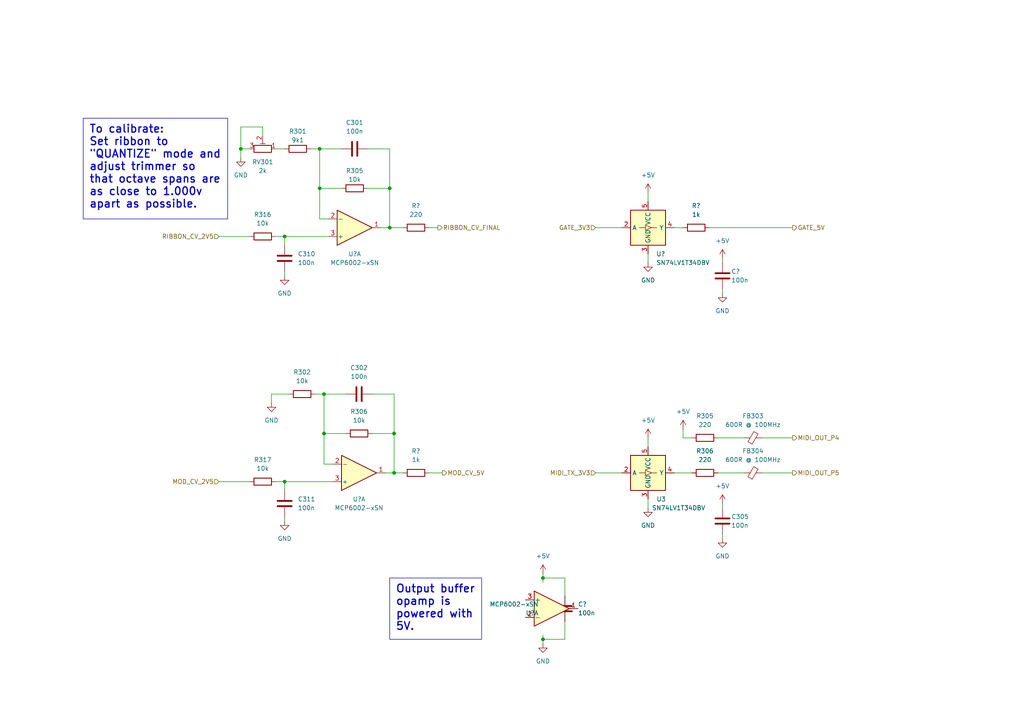
<source format=kicad_sch>
(kicad_sch (version 20230121) (generator eeschema)
  (paper "A4")
  (title_block (title "Ribbon Controller Main Board") (date "2023-03-28") (rev "0") (comment 1 "creativecommons.org/licenses/by/4.0") (comment 2 "license: CC by 4.0") (comment 3 "Author: Jordan Aceto"))
  (lib_symbols
    (symbol "Amplifier_Operational:MCP6002-xSN" (pin_names (offset 0.127))
      (property "Reference" "U" (at 0 5.08 0))
      (property "Value" "MCP6002-xSN" (at 0 -5.08 0))
      (symbol "MCP6002-xSN_1_1"
        (polyline (pts (xy -5.08 5.08) (xy 5.08 0) (xy -5.08 -5.08) (xy -5.08 5.08)) (stroke (width 0.254)) (fill (type background)))
        (pin output line (at 7.62 0 180) (length 2.54) (name "~") (number "1"))
        (pin input line (at -7.62 -2.54 0) (length 2.54) (name "-") (number "2"))
        (pin input line (at -7.62 2.54 0) (length 2.54) (name "+") (number "3"))
      )
      (symbol "MCP6002-xSN_2_1"
        (polyline (pts (xy -5.08 5.08) (xy 5.08 0) (xy -5.08 -5.08) (xy -5.08 5.08)) (stroke (width 0.254)) (fill (type background)))
        (pin input line (at -7.62 2.54 0) (length 2.54) (name "+") (number "5"))
        (pin input line (at -7.62 -2.54 0) (length 2.54) (name "-") (number "6"))
        (pin output line (at 7.62 0 180) (length 2.54) (name "~") (number "7"))
      )
      (symbol "MCP6002-xSN_3_1"
        (pin power_in line (at -2.54 -7.62 90) (length 3.81) (name "V-") (number "4"))
        (pin power_in line (at -2.54 7.62 270) (length 3.81) (name "V+") (number "8"))
      )
    )
    (symbol "Device:C" (pin_numbers hide) (pin_names (offset 0.254))
      (property "Reference" "C" (at 0.635 2.54 0))
      (property "Value" "C" (at 0.635 -2.54 0))
      (symbol "C_0_1"
        (polyline (pts (xy -2.032 -0.762) (xy 2.032 -0.762)) (stroke (width 0.508)))
        (polyline (pts (xy -2.032 0.762) (xy 2.032 0.762)) (stroke (width 0.508)))
      )
      (symbol "C_1_1"
        (pin passive line (at 0 3.81 270) (length 2.794) (name "~") (number "1"))
        (pin passive line (at 0 -3.81 90) (length 2.794) (name "~") (number "2"))
      )
    )
    (symbol "Device:FerriteBead_Small" (pin_numbers hide) (pin_names (offset 0))
      (property "Reference" "FB" (at 1.905 1.27 0))
      (property "Value" "FerriteBead_Small" (at 1.905 -1.27 0))
      (symbol "FerriteBead_Small_0_1"
        (polyline (pts (xy 0 -1.27) (xy 0 -0.7874)))
        (polyline (pts (xy 0 0.889) (xy 0 1.2954)))
        (polyline (pts (xy -1.8288 0.2794) (xy -1.1176 1.4986) (xy 1.8288 -0.2032) (xy 1.1176 -1.4224) (xy -1.8288 0.2794)))
      )
      (symbol "FerriteBead_Small_1_1"
        (pin passive line (at 0 2.54 270) (length 1.27) (name "~") (number "1"))
        (pin passive line (at 0 -2.54 90) (length 1.27) (name "~") (number "2"))
      )
    )
    (symbol "Device:R" (pin_numbers hide) (pin_names (offset 0))
      (property "Reference" "R" (at 2.032 0 90))
      (property "Value" "R" (at 0 0 90))
      (symbol "R_0_1"
        (rectangle (start -1.016 -2.54) (end 1.016 2.54) (stroke (width 0.254)))
      )
      (symbol "R_1_1"
        (pin passive line (at 0 3.81 270) (length 1.27) (name "~") (number "1"))
        (pin passive line (at 0 -3.81 90) (length 1.27) (name "~") (number "2"))
      )
    )
    (symbol "Device:R_Potentiometer_Trim" (pin_names (offset 1.016) hide)
      (property "Reference" "RV" (at -4.445 0 90))
      (property "Value" "R_Potentiometer_Trim" (at -2.54 0 90))
      (symbol "R_Potentiometer_Trim_0_1"
        (polyline (pts (xy 1.524 0.762) (xy 1.524 -0.762)))
        (polyline (pts (xy 2.54 0) (xy 1.524 0)))
        (rectangle (start 1.016 2.54) (end -1.016 -2.54) (stroke (width 0.254)))
      )
      (symbol "R_Potentiometer_Trim_1_1"
        (pin passive line (at 0 3.81 270) (length 1.27) (name "1") (number "1"))
        (pin passive line (at 3.81 0 180) (length 1.27) (name "2") (number "2"))
        (pin passive line (at 0 -3.81 90) (length 1.27) (name "3") (number "3"))
      )
    )
    (symbol "Logic_LevelTranslator:SN74LV1T34DBV"
      (property "Reference" "U" (at 5.08 6.35 0))
      (property "Value" "SN74LV1T34DBV" (at 5.08 3.81 0))
      (symbol "SN74LV1T34DBV_0_1"
        (rectangle (start -5.08 5.08) (end 5.08 -5.08) (stroke (width 0.254)) (fill (type background)))
        (polyline (pts (xy -0.762 0) (xy -2.54 0)))
        (polyline (pts (xy 1.016 0) (xy 2.54 0)))
      )
      (symbol "SN74LV1T34DBV_1_1"
        (polyline (pts (xy -0.762 -0.762) (xy -0.762 0.762) (xy 1.016 0) (xy -0.762 -0.762)))
        (pin no_connect line (at -5.08 2.54 0) (length 2.54) hide (name "NC") (number "1"))
        (pin input line (at -7.62 0 0) (length 2.54) (name "A") (number "2"))
        (pin power_in line (at 0 -7.62 90) (length 2.54) (name "GND") (number "3"))
        (pin output line (at 7.62 0 180) (length 2.54) (name "Y") (number "4"))
        (pin power_in line (at 0 7.62 270) (length 2.54) (name "VCC") (number "5"))
      )
    )
    (symbol "power:+5V" (power) (pin_names (offset 0))
      (property "Value" "+5V" (at 0 3.556 0))
      (symbol "+5V_0_1"
        (polyline (pts (xy -0.762 1.27) (xy 0 2.54)))
        (polyline (pts (xy 0 0) (xy 0 2.54)))
        (polyline (pts (xy 0 2.54) (xy 0.762 1.27)))
      )
      (symbol "+5V_1_1"
        (pin power_in line (at 0 0 90) (length 0) hide (name "+5V") (number "1"))
      )
    )
    (symbol "power:GND" (power) (pin_names (offset 0))
      (property "Value" "GND" (at 0 -3.81 0))
      (symbol "GND_0_1"
        (polyline (pts (xy 0 0) (xy 0 -1.27) (xy 1.27 -1.27) (xy 0 -2.54) (xy -1.27 -1.27) (xy 0 -1.27)))
      )
      (symbol "GND_1_1"
        (pin power_in line (at 0 0 270) (length 0) hide (name "GND") (number "1"))
      )
    )
  )
  (junction (at 93.98 114.3))
  (junction (at 113.03 54.61))
  (junction (at 82.55 139.7))
  (junction (at 114.3 137.16))
  (junction (at 92.71 43.18))
  (junction (at 157.48 185.42))
  (junction (at 113.03 66.04))
  (junction (at 93.98 125.73))
  (junction (at 69.85 43.18))
  (junction (at 157.48 167.64))
  (junction (at 114.3 125.73))
  (junction (at 82.55 68.58))
  (junction (at 92.71 54.61))
  (wire (pts (xy 82.55 139.7) (xy 96.52 139.7)))
  (wire (pts (xy 113.03 66.04) (xy 110.49 66.04)))
  (wire (pts (xy 69.85 43.18) (xy 72.39 43.18)))
  (wire (pts (xy 187.96 127) (xy 187.96 129.54)))
  (wire (pts (xy 106.68 54.61) (xy 113.03 54.61)))
  (wire (pts (xy 82.55 149.86) (xy 82.55 151.13)))
  (wire (pts (xy 157.48 167.64) (xy 157.48 168.91)))
  (wire (pts (xy 124.46 137.16) (xy 128.27 137.16)))
  (wire (pts (xy 93.98 125.73) (xy 100.33 125.73)))
  (wire (pts (xy 114.3 137.16) (xy 116.84 137.16)))
  (wire (pts (xy 157.48 185.42) (xy 157.48 186.69)))
  (wire (pts (xy 113.03 54.61) (xy 113.03 66.04)))
  (wire (pts (xy 114.3 114.3) (xy 114.3 125.73)))
  (wire (pts (xy 106.68 43.18) (xy 113.03 43.18)))
  (wire (pts (xy 91.44 114.3) (xy 93.98 114.3)))
  (wire (pts (xy 96.52 134.62) (xy 93.98 134.62)))
  (wire (pts (xy 114.3 125.73) (xy 114.3 137.16)))
  (wire (pts (xy 76.2 36.83) (xy 69.85 36.83)))
  (wire (pts (xy 209.55 83.82) (xy 209.55 85.09)))
  (wire (pts (xy 157.48 185.42) (xy 163.83 185.42)))
  (wire (pts (xy 124.46 66.04) (xy 127 66.04)))
  (wire (pts (xy 69.85 36.83) (xy 69.85 43.18)))
  (wire (pts (xy 92.71 63.5) (xy 92.71 54.61)))
  (wire (pts (xy 205.74 66.04) (xy 229.87 66.04)))
  (wire (pts (xy 99.06 43.18) (xy 92.71 43.18)))
  (wire (pts (xy 195.58 66.04) (xy 198.12 66.04)))
  (wire (pts (xy 78.74 114.3) (xy 78.74 116.84)))
  (wire (pts (xy 172.72 137.16) (xy 180.34 137.16)))
  (wire (pts (xy 78.74 114.3) (xy 83.82 114.3)))
  (wire (pts (xy 107.95 125.73) (xy 114.3 125.73)))
  (wire (pts (xy 163.83 172.72) (xy 163.83 167.64)))
  (wire (pts (xy 82.55 139.7) (xy 82.55 142.24)))
  (wire (pts (xy 76.2 39.37) (xy 76.2 36.83)))
  (wire (pts (xy 187.96 144.78) (xy 187.96 147.32)))
  (wire (pts (xy 92.71 54.61) (xy 99.06 54.61)))
  (wire (pts (xy 82.55 78.74) (xy 82.55 80.01)))
  (wire (pts (xy 208.28 137.16) (xy 215.9 137.16)))
  (wire (pts (xy 63.5 68.58) (xy 72.39 68.58)))
  (wire (pts (xy 107.95 114.3) (xy 114.3 114.3)))
  (wire (pts (xy 80.01 43.18) (xy 82.55 43.18)))
  (wire (pts (xy 100.33 114.3) (xy 93.98 114.3)))
  (wire (pts (xy 209.55 74.93) (xy 209.55 76.2)))
  (wire (pts (xy 92.71 63.5) (xy 95.25 63.5)))
  (wire (pts (xy 82.55 68.58) (xy 95.25 68.58)))
  (wire (pts (xy 198.12 124.46) (xy 198.12 127)))
  (wire (pts (xy 163.83 167.64) (xy 157.48 167.64)))
  (wire (pts (xy 187.96 55.88) (xy 187.96 58.42)))
  (wire (pts (xy 198.12 127) (xy 200.66 127)))
  (wire (pts (xy 163.83 185.42) (xy 163.83 180.34)))
  (wire (pts (xy 172.72 66.04) (xy 180.34 66.04)))
  (wire (pts (xy 187.96 73.66) (xy 187.96 76.2)))
  (wire (pts (xy 209.55 154.94) (xy 209.55 156.21)))
  (wire (pts (xy 209.55 146.05) (xy 209.55 147.32)))
  (wire (pts (xy 80.01 139.7) (xy 82.55 139.7)))
  (wire (pts (xy 93.98 134.62) (xy 93.98 125.73)))
  (wire (pts (xy 90.17 43.18) (xy 92.71 43.18)))
  (wire (pts (xy 113.03 66.04) (xy 116.84 66.04)))
  (wire (pts (xy 92.71 43.18) (xy 92.71 54.61)))
  (wire (pts (xy 113.03 43.18) (xy 113.03 54.61)))
  (wire (pts (xy 220.98 127) (xy 229.87 127)))
  (wire (pts (xy 195.58 137.16) (xy 200.66 137.16)))
  (wire (pts (xy 63.5 139.7) (xy 72.39 139.7)))
  (wire (pts (xy 208.28 127) (xy 215.9 127)))
  (wire (pts (xy 220.98 137.16) (xy 229.87 137.16)))
  (wire (pts (xy 114.3 137.16) (xy 111.76 137.16)))
  (wire (pts (xy 157.48 166.37) (xy 157.48 167.64)))
  (wire (pts (xy 82.55 68.58) (xy 82.55 71.12)))
  (wire (pts (xy 93.98 114.3) (xy 93.98 125.73)))
  (wire (pts (xy 157.48 184.15) (xy 157.48 185.42)))
  (wire (pts (xy 69.85 43.18) (xy 69.85 45.72)))
  (wire (pts (xy 80.01 68.58) (xy 82.55 68.58)))
  (text_box "To calibrate:\nSet ribbon to \"QUANTIZE\" mode and adjust trimmer so that octave spans are as close to 1.000v apart as possible." (at 24.13 34.29 0) (size 41.91 29.21) (effects (font (size 2.25 2.25) (thickness 0.35) bold) (justify left top)))
  (text_box "Output buffer opamp is powered with 5V." (at 113.03 167.64 0) (size 26.67 17.78) (effects (font (size 2.25 2.25) (thickness 0.35) bold) (justify left top)))
  (hierarchical_label "RIBBON_CV_FINAL" (shape output) (at 127 66.04 0))
  (hierarchical_label "GATE_5V" (shape output) (at 229.87 66.04 0))
  (hierarchical_label "MIDI_TX_3V3" (shape input) (at 172.72 137.16 180))
  (hierarchical_label "MOD_CV_2V5" (shape input) (at 63.5 139.7 180))
  (hierarchical_label "MIDI_OUT_P5" (shape output) (at 229.87 137.16 0))
  (hierarchical_label "MOD_CV_5V" (shape output) (at 128.27 137.16 0))
  (hierarchical_label "GATE_3V3" (shape input) (at 172.72 66.04 180))
  (hierarchical_label "RIBBON_CV_2V5" (shape input) (at 63.5 68.58 180))
  (hierarchical_label "MIDI_OUT_P4" (shape output) (at 229.87 127 0))
  (symbol (lib_id "power:GND") (at 157.48 186.69 0) (unit 1)
    (property "Reference" "#PWR0210" (effects hide))
    (property "Value" "GND" (at 157.48 191.77 0))
    (instances (project "ribbon_controller" (path "" (reference "#PWR0210") (unit 1)) (path "" (reference "#PWR0502") (unit 1))))
  )
  (symbol (lib_id "Device:C") (at 163.83 176.53 0) (unit 1)
    (property "Reference" "C?" (at 167.64 175.26 0) (effects (justify left)))
    (property "Value" "100n" (at 167.64 177.8 0) (effects (justify left)))
    (property "Footprint" "Capacitor_SMD:C_0603_1608Metric" (effects hide))
    (instances (project "ribbon_controller" (path "" (reference "C?") (unit 1)) (path "" (reference "C505") (unit 1))))
  )
  (symbol (lib_id "Device:C") (at 209.55 151.13 0) (unit 1)
    (property "Reference" "C305" (at 212.09 149.86 0) (effects (justify left)))
    (property "Value" "100n" (at 212.09 152.4 0) (effects (justify left)))
    (property "Footprint" "Capacitor_SMD:C_0603_1608Metric" (effects hide))
    (instances (project "modulation_board" (path "" (reference "C305") (unit 1))) (project "ribbon_controller" (path "" (reference "C?") (unit 1)) (path "" (reference "C?") (unit 1)) (path "" (reference "C507") (unit 1))) (project "midi_ox_main_board" (path "" (reference "C2222") (unit 1)) (path "" (reference "C?") (unit 1))))
  )
  (symbol (lib_id "Device:C") (at 209.55 80.01 0) (unit 1)
    (property "Reference" "C?" (at 212.09 78.74 0) (effects (justify left)))
    (property "Value" "100n" (at 212.09 81.28 0) (effects (justify left)))
    (property "Footprint" "Capacitor_SMD:C_0603_1608Metric" (effects hide))
    (instances (project "ribbon_controller" (path "" (reference "C?") (unit 1)) (path "" (reference "C?") (unit 1)) (path "" (reference "C506") (unit 1))) (project "midi_ox_main_board" (path "" (reference "C2222") (unit 1)) (path "" (reference "C?") (unit 1))))
  )
  (symbol (lib_id "Device:R") (at 86.36 43.18 90) (unit 1)
    (property "Reference" "R301" (at 86.36 38.1 90))
    (property "Value" "9k1" (at 86.36 40.64 90))
    (property "Footprint" "Resistor_SMD:R_0603_1608Metric" (effects hide))
    (instances (project "ribbon_controller" (path "" (reference "R301") (unit 1)) (path "" (reference "R503") (unit 1))))
  )
  (symbol (lib_id "power:+5V") (at 209.55 146.05 0) (unit 1)
    (property "Reference" "#PWR0204" (effects hide))
    (property "Value" "+5V" (at 209.55 140.97 0))
    (instances (project "ribbon_controller" (path "" (reference "#PWR0204") (unit 1)) (path "" (reference "#PWR0108") (unit 1)) (path "" (reference "#PWR0408") (unit 1))))
  )
  (symbol (lib_id "Amplifier_Operational:MCP6002-xSN") (at 102.87 66.04 0) (mirror x) (unit 1)
    (property "Reference" "U?" (at 102.87 73.66 0))
    (property "Value" "MCP6002-xSN" (at 102.87 76.2 0))
    (property "Footprint" "Package_SO:SO-8_3.9x4.9mm_P1.27mm" (effects hide))
    (property "Datasheet" "http://ww1.microchip.com/downloads/en/DeviceDoc/21733j.pdf" (effects hide))
    (instances (project "ribbon_controller" (path "" (reference "U?") (unit 1)) (path "" (reference "U?") (unit 1)) (path "" (reference "U4") (unit 1))))
  )
  (symbol (lib_id "Device:C") (at 82.55 74.93 180) (unit 1)
    (property "Reference" "C310" (at 86.36 73.66 0) (effects (justify right)))
    (property "Value" "100n" (at 86.36 76.2 0) (effects (justify right)))
    (property "Footprint" "Capacitor_SMD:C_0603_1608Metric" (effects hide))
    (instances (project "ribbon_controller" (path "" (reference "C310") (unit 1)) (path "" (reference "C501") (unit 1))))
  )
  (symbol (lib_id "power:+5V") (at 187.96 55.88 0) (unit 1)
    (property "Reference" "#PWR0211" (effects hide))
    (property "Value" "+5V" (at 187.96 50.8 0))
    (instances (project "ribbon_controller" (path "" (reference "#PWR0211") (unit 1)) (path "" (reference "#PWR0101") (unit 1)) (path "" (reference "#PWR0401") (unit 1))))
  )
  (symbol (lib_id "power:+5V") (at 209.55 74.93 0) (unit 1)
    (property "Reference" "#PWR0212" (effects hide))
    (property "Value" "+5V" (at 209.55 69.85 0))
    (instances (project "ribbon_controller" (path "" (reference "#PWR0212") (unit 1)) (path "" (reference "#PWR0106") (unit 1)) (path "" (reference "#PWR0406") (unit 1))))
  )
  (symbol (lib_id "Amplifier_Operational:MCP6002-xSN") (at 160.02 176.53 0) (unit 1)
    (property "Reference" "U?" (at 156.21 177.8 0) (effects (justify right)))
    (property "Value" "MCP6002-xSN" (at 156.21 175.26 0) (effects (justify right)))
    (property "Footprint" "Package_SO:SO-8_3.9x4.9mm_P1.27mm" (effects hide))
    (property "Datasheet" "http://ww1.microchip.com/downloads/en/DeviceDoc/21733j.pdf" (effects hide))
    (instances (project "ribbon_controller" (path "" (reference "U?") (unit 1)) (path "" (reference "U1") (unit 3)) (path "" (reference "U4") (unit 3))))
  )
  (symbol (lib_id "power:GND") (at 69.85 45.72 0) (unit 1)
    (property "Reference" "#PWR0301" (effects hide))
    (property "Value" "GND" (at 69.85 50.8 0))
    (instances (project "ribbon_controller" (path "" (reference "#PWR0301") (unit 1)) (path "" (reference "#PWR0410") (unit 1))))
  )
  (symbol (lib_id "power:GND") (at 78.74 116.84 0) (unit 1)
    (property "Reference" "#PWR0302" (effects hide))
    (property "Value" "GND" (at 78.74 121.92 0))
    (instances (project "ribbon_controller" (path "" (reference "#PWR0302") (unit 1)) (path "" (reference "#PWR0411") (unit 1))))
  )
  (symbol (lib_id "power:+5V") (at 198.12 124.46 0) (unit 1)
    (property "Reference" "#PWR0203" (effects hide))
    (property "Value" "+5V" (at 198.12 119.38 0))
    (instances (project "ribbon_controller" (path "" (reference "#PWR0203") (unit 1)) (path "" (reference "#PWR0105") (unit 1)) (path "" (reference "#PWR0405") (unit 1))))
  )
  (symbol (lib_id "Device:R") (at 76.2 68.58 90) (unit 1)
    (property "Reference" "R316" (at 76.2 62.23 90))
    (property "Value" "10k" (at 76.2 64.77 90))
    (property "Footprint" "Resistor_SMD:R_0603_1608Metric" (effects hide))
    (instances (project "ribbon_controller" (path "" (reference "R316") (unit 1)) (path "" (reference "R501") (unit 1))))
  )
  (symbol (lib_id "Device:R") (at 204.47 127 90) (unit 1)
    (property "Reference" "R305" (at 204.47 120.65 90))
    (property "Value" "220" (at 204.47 123.19 90))
    (property "Footprint" "Resistor_SMD:R_0603_1608Metric" (effects hide))
    (instances (project "modulation_board" (path "" (reference "R305") (unit 1))) (project "ribbon_controller" (path "" (reference "R?") (unit 1)) (path "" (reference "R?") (unit 1)) (path "" (reference "R510") (unit 1))) (project "midi_ox_main_board" (path "" (reference "R?") (unit 1))))
  )
  (symbol (lib_id "Device:FerriteBead_Small") (at 218.44 137.16 90) (unit 1)
    (property "Reference" "FB304" (at 218.4019 130.81 90))
    (property "Value" "600R @ 100MHz" (at 218.4019 133.35 90))
    (property "Footprint" "Inductor_SMD:L_0805_2012Metric" (effects hide))
    (instances (project "modulation_board" (path "" (reference "FB304") (unit 1))) (project "ribbon_controller" (path "" (reference "FB?") (unit 1)) (path "" (reference "FB?") (unit 1)) (path "" (reference "FB502") (unit 1))))
  )
  (symbol (lib_id "power:GND") (at 82.55 80.01 0) (unit 1)
    (property "Reference" "#PWR0305" (effects hide))
    (property "Value" "GND" (at 82.55 85.09 0))
    (instances (project "ribbon_controller" (path "" (reference "#PWR0305") (unit 1)) (path "" (reference "#PWR0412") (unit 1))))
  )
  (symbol (lib_id "power:GND") (at 187.96 147.32 0) (unit 1)
    (property "Reference" "#PWR0311" (effects hide))
    (property "Value" "GND" (at 187.96 152.4 0))
    (instances (project "modulation_board" (path "" (reference "#PWR0311") (unit 1))) (project "ribbon_controller" (path "" (reference "#PWR0202") (unit 1)) (path "" (reference "#PWR0104") (unit 1)) (path "" (reference "#PWR0404") (unit 1))) (project "midi_ox_main_board" (path "" (reference "#PWR0118") (unit 1))))
  )
  (symbol (lib_id "Device:C") (at 102.87 43.18 90) (unit 1)
    (property "Reference" "C301" (at 102.87 35.56 90))
    (property "Value" "100n" (at 102.87 38.1 90))
    (property "Footprint" "Capacitor_SMD:C_0603_1608Metric" (effects hide))
    (instances (project "ribbon_controller" (path "" (reference "C301") (unit 1)) (path "" (reference "C503") (unit 1))))
  )
  (symbol (lib_id "Device:R") (at 201.93 66.04 90) (unit 1)
    (property "Reference" "R?" (at 201.93 59.69 90))
    (property "Value" "1k" (at 201.93 62.23 90))
    (property "Footprint" "Resistor_SMD:R_0603_1608Metric" (effects hide))
    (instances (project "ribbon_controller" (path "" (reference "R?") (unit 1)) (path "" (reference "R?") (unit 1)) (path "" (reference "R509") (unit 1))) (project "midi_ox_main_board" (path "" (reference "R?") (unit 1))))
  )
  (symbol (lib_id "Device:R") (at 204.47 137.16 90) (unit 1)
    (property "Reference" "R306" (at 204.47 130.81 90))
    (property "Value" "220" (at 204.47 133.35 90))
    (property "Footprint" "Resistor_SMD:R_0603_1608Metric" (effects hide))
    (instances (project "modulation_board" (path "" (reference "R306") (unit 1))) (project "ribbon_controller" (path "" (reference "R?") (unit 1)) (path "" (reference "R?") (unit 1)) (path "" (reference "R511") (unit 1))) (project "midi_ox_main_board" (path "" (reference "R?") (unit 1))))
  )
  (symbol (lib_id "Device:R") (at 120.65 66.04 90) (unit 1)
    (property "Reference" "R?" (at 120.65 59.69 90))
    (property "Value" "220" (at 120.65 62.23 90))
    (property "Footprint" "Resistor_SMD:R_0603_1608Metric" (effects hide))
    (instances (project "ribbon_controller" (path "" (reference "R?") (unit 1)) (path "" (reference "R?") (unit 1)) (path "" (reference "R507") (unit 1))) (project "midi_ox_main_board" (path "" (reference "R?") (unit 1))))
  )
  (symbol (lib_id "Device:R") (at 104.14 125.73 90) (unit 1)
    (property "Reference" "R306" (at 104.14 119.38 90))
    (property "Value" "10k" (at 104.14 121.92 90))
    (property "Footprint" "Resistor_SMD:R_0603_1608Metric" (effects hide))
    (instances (project "ribbon_controller" (path "" (reference "R306") (unit 1)) (path "" (reference "R506") (unit 1))))
  )
  (symbol (lib_id "power:+5V") (at 157.48 166.37 0) (unit 1)
    (property "Reference" "#PWR0501" (effects hide))
    (property "Value" "+5V" (at 157.48 161.29 0))
  )
  (symbol (lib_id "Device:FerriteBead_Small") (at 218.44 127 90) (unit 1)
    (property "Reference" "FB303" (at 218.4019 120.65 90))
    (property "Value" "600R @ 100MHz" (at 218.4019 123.19 90))
    (property "Footprint" "Inductor_SMD:L_0805_2012Metric" (effects hide))
    (instances (project "modulation_board" (path "" (reference "FB303") (unit 1))) (project "ribbon_controller" (path "" (reference "FB?") (unit 1)) (path "" (reference "FB?") (unit 1)) (path "" (reference "FB501") (unit 1))))
  )
  (symbol (lib_id "power:GND") (at 82.55 151.13 0) (unit 1)
    (property "Reference" "#PWR0306" (effects hide))
    (property "Value" "GND" (at 82.55 156.21 0))
    (instances (project "ribbon_controller" (path "" (reference "#PWR0306") (unit 1)) (path "" (reference "#PWR0413") (unit 1))))
  )
  (symbol (lib_id "power:+5V") (at 187.96 127 0) (unit 1)
    (property "Reference" "#PWR0201" (effects hide))
    (property "Value" "+5V" (at 187.96 121.92 0))
    (instances (project "ribbon_controller" (path "" (reference "#PWR0201") (unit 1)) (path "" (reference "#PWR0103") (unit 1)) (path "" (reference "#PWR0403") (unit 1))))
  )
  (symbol (lib_id "Device:R") (at 120.65 137.16 90) (unit 1)
    (property "Reference" "R?" (at 120.65 130.81 90))
    (property "Value" "1k" (at 120.65 133.35 90))
    (property "Footprint" "Resistor_SMD:R_0603_1608Metric" (effects hide))
    (instances (project "ribbon_controller" (path "" (reference "R?") (unit 1)) (path "" (reference "R?") (unit 1)) (path "" (reference "R508") (unit 1))) (project "midi_ox_main_board" (path "" (reference "R?") (unit 1))))
  )
  (symbol (lib_id "Logic_LevelTranslator:SN74LV1T34DBV") (at 187.96 66.04 0) (unit 1)
    (property "Reference" "U?" (at 190.3335 73.66 0) (effects (justify left)))
    (property "Value" "SN74LV1T34DBV" (at 190.3335 76.2 0) (effects (justify left)))
    (property "Footprint" "Package_TO_SOT_SMD:SOT-23-5" (effects hide))
    (property "Datasheet" "https://www.ti.com/lit/ds/symlink/sn74lv1t34.pdf" (effects hide))
    (instances (project "ribbon_controller" (path "" (reference "U?") (unit 1)) (path "" (reference "U?") (unit 1)) (path "" (reference "U5") (unit 1))) (project "midi_ox_main_board" (path "" (reference "U?") (unit 1))))
  )
  (symbol (lib_id "power:GND") (at 209.55 156.21 0) (unit 1)
    (property "Reference" "#PWR0319" (effects hide))
    (property "Value" "GND" (at 209.55 161.29 0))
    (instances (project "modulation_board" (path "" (reference "#PWR0319") (unit 1))) (project "ribbon_controller" (path "" (reference "#PWR0205") (unit 1)) (path "" (reference "#PWR0109") (unit 1)) (path "" (reference "#PWR0409") (unit 1))) (project "midi_ox_main_board" (path "" (reference "#PWR0121") (unit 1))))
  )
  (symbol (lib_id "Device:C") (at 104.14 114.3 90) (unit 1)
    (property "Reference" "C302" (at 104.14 106.68 90))
    (property "Value" "100n" (at 104.14 109.22 90))
    (property "Footprint" "Capacitor_SMD:C_0603_1608Metric" (effects hide))
    (instances (project "ribbon_controller" (path "" (reference "C302") (unit 1)) (path "" (reference "C504") (unit 1))))
  )
  (symbol (lib_id "power:GND") (at 187.96 76.2 0) (unit 1)
    (property "Reference" "#PWR0214" (effects hide))
    (property "Value" "GND" (at 187.96 81.28 0))
    (instances (project "ribbon_controller" (path "" (reference "#PWR0214") (unit 1)) (path "" (reference "#PWR0102") (unit 1)) (path "" (reference "#PWR0402") (unit 1))) (project "midi_ox_main_board" (path "" (reference "#PWR0118") (unit 1))))
  )
  (symbol (lib_id "Logic_LevelTranslator:SN74LV1T34DBV") (at 187.96 137.16 0) (unit 1)
    (property "Reference" "U3" (at 191.77 144.78 0))
    (property "Value" "SN74LV1T34DBV" (at 196.85 147.32 0))
    (property "Footprint" "Package_TO_SOT_SMD:SOT-23-5" (effects hide))
    (property "Datasheet" "https://www.ti.com/lit/ds/symlink/sn74lv1t34.pdf" (effects hide))
    (instances (project "modulation_board" (path "" (reference "U3") (unit 1))) (project "ribbon_controller" (path "" (reference "U?") (unit 1)) (path "" (reference "U?") (unit 1)) (path "" (reference "U6") (unit 1))) (project "midi_ox_main_board" (path "" (reference "U?") (unit 1))))
  )
  (symbol (lib_id "Amplifier_Operational:MCP6002-xSN") (at 104.14 137.16 0) (mirror x) (unit 1)
    (property "Reference" "U?" (at 104.14 144.78 0))
    (property "Value" "MCP6002-xSN" (at 104.14 147.32 0))
    (property "Footprint" "Package_SO:SO-8_3.9x4.9mm_P1.27mm" (effects hide))
    (property "Datasheet" "http://ww1.microchip.com/downloads/en/DeviceDoc/21733j.pdf" (effects hide))
    (instances (project "ribbon_controller" (path "" (reference "U?") (unit 1)) (path "" (reference "U?") (unit 1)) (path "" (reference "U4") (unit 2))))
  )
  (symbol (lib_id "Device:R") (at 102.87 54.61 90) (unit 1)
    (property "Reference" "R305" (at 102.87 49.53 90))
    (property "Value" "10k" (at 102.87 52.07 90))
    (property "Footprint" "Resistor_SMD:R_0603_1608Metric" (effects hide))
    (instances (project "ribbon_controller" (path "" (reference "R305") (unit 1)) (path "" (reference "R505") (unit 1))))
  )
  (symbol (lib_id "Device:C") (at 82.55 146.05 180) (unit 1)
    (property "Reference" "C311" (at 86.36 144.78 0) (effects (justify right)))
    (property "Value" "100n" (at 86.36 147.32 0) (effects (justify right)))
    (property "Footprint" "Capacitor_SMD:C_0603_1608Metric" (effects hide))
    (instances (project "ribbon_controller" (path "" (reference "C311") (unit 1)) (path "" (reference "C502") (unit 1))))
  )
  (symbol (lib_id "Device:R") (at 87.63 114.3 90) (unit 1)
    (property "Reference" "R302" (at 87.63 107.95 90))
    (property "Value" "10k" (at 87.63 110.49 90))
    (property "Footprint" "Resistor_SMD:R_0603_1608Metric" (effects hide))
    (instances (project "ribbon_controller" (path "" (reference "R302") (unit 1)) (path "" (reference "R504") (unit 1))))
  )
  (symbol (lib_id "power:GND") (at 209.55 85.09 0) (unit 1)
    (property "Reference" "#PWR0218" (effects hide))
    (property "Value" "GND" (at 209.55 90.17 0))
    (instances (project "ribbon_controller" (path "" (reference "#PWR0218") (unit 1)) (path "" (reference "#PWR0107") (unit 1)) (path "" (reference "#PWR0407") (unit 1))) (project "midi_ox_main_board" (path "" (reference "#PWR0121") (unit 1))))
  )
  (symbol (lib_id "Device:R") (at 76.2 139.7 90) (unit 1)
    (property "Reference" "R317" (at 76.2 133.35 90))
    (property "Value" "10k" (at 76.2 135.89 90))
    (property "Footprint" "Resistor_SMD:R_0603_1608Metric" (effects hide))
    (instances (project "ribbon_controller" (path "" (reference "R317") (unit 1)) (path "" (reference "R502") (unit 1))))
  )
  (symbol (lib_id "Device:R_Potentiometer_Trim") (at 76.2 43.18 270) (mirror x) (unit 1)
    (property "Reference" "RV301" (at 76.2 46.99 90))
    (property "Value" "2k" (at 76.2 49.53 90))
    (property "Footprint" "custom_footprints:Potentiometer_Bourns_3296P_Horizontal" (effects hide))
    (instances (project "ribbon_controller" (path "" (reference "RV301") (unit 1)) (path "" (reference "RV501") (unit 1))))
  )
)
</source>
